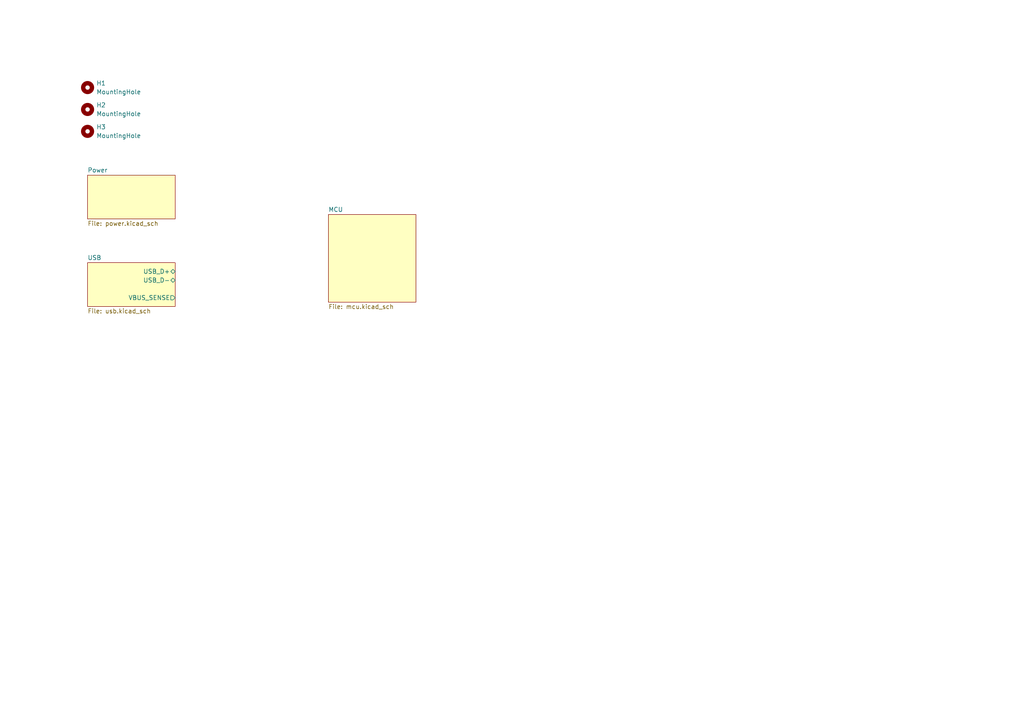
<source format=kicad_sch>
(kicad_sch (version 20250114) (generator "eeschema") (generator_version "9.0")
  (paper "A4")
  (lib_symbols
    (symbol "Mechanical:MountingHole" (pin_names (offset 1.016)) (exclude_from_sim yes) (in_bom no)
      (property "Reference" "H" (at 0 5.08 0))
      (property "Value" "MountingHole" (at 0 3.175 0))
      (symbol "MountingHole_0_1"
        (circle (center 0 0) (radius 1.27) (stroke (width 1.27)))
      )
    )
  )
  (symbol (lib_id "Mechanical:MountingHole") (at 25.4 25.4 0) (unit 1) (exclude_from_sim yes) (in_bom no)
    (property "Reference" "H1" (at 27.94 24.1299 0) (effects (justify left)))
    (property "Value" "MountingHole" (at 27.94 26.6699 0) (effects (justify left)))
    (property "Description" "Mounting Hole without connection" (effects (hide yes)))
  )
  (symbol (lib_id "Mechanical:MountingHole") (at 25.4 38.1 0) (unit 1) (exclude_from_sim yes) (in_bom no)
    (property "Reference" "H3" (at 27.94 36.8299 0) (effects (justify left)))
    (property "Value" "MountingHole" (at 27.94 39.3699 0) (effects (justify left)))
    (property "Description" "Mounting Hole without connection" (effects (hide yes)))
  )
  (symbol (lib_id "Mechanical:MountingHole") (at 25.4 31.75 0) (unit 1) (exclude_from_sim yes) (in_bom no)
    (property "Reference" "H2" (at 27.94 30.4799 0) (effects (justify left)))
    (property "Value" "MountingHole" (at 27.94 33.0199 0) (effects (justify left)))
    (property "Description" "Mounting Hole without connection" (effects (hide yes)))
  )
  (sheet (at 95.25 62.23) (size 25.4 25.4) (stroke (width 0.1524)) (fill (color 255 255 194 1.0000))
    (property "Sheetname" "MCU" (at 95.25 61.5184 0) (effects (justify left bottom)))
    (property "Sheetfile" "mcu.kicad_sch" (at 95.25 88.2146 0) (effects (justify left top)))
  )
  (sheet (at 25.4 50.8) (size 25.4 12.7) (stroke (width 0.1524)) (fill (color 255 255 194 1.0000))
    (property "Sheetname" "Power" (at 25.4 50.0884 0) (effects (justify left bottom)))
    (property "Sheetfile" "power.kicad_sch" (at 25.4 64.0846 0) (effects (justify left top)))
  )
  (sheet (at 25.4 76.2) (size 25.4 12.7) (stroke (width 0.1524)) (fill (color 255 255 194 1.0000))
    (property "Sheetname" "USB" (at 25.4 75.4884 0) (effects (justify left bottom)))
    (property "Sheetfile" "usb.kicad_sch" (at 25.4 89.4846 0) (effects (justify left top)))
    (pin "USB_D+" bidirectional (at 50.8 78.74 0))
    (pin "USB_D-" bidirectional (at 50.8 81.28 0))
    (pin "VBUS_SENSE" output (at 50.8 86.36 0))
  )
)
</source>
